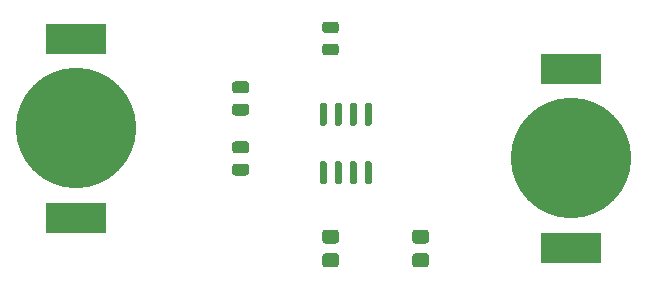
<source format=gbr>
%TF.GenerationSoftware,KiCad,Pcbnew,(5.1.10-1-10_14)*%
%TF.CreationDate,2021-09-30T18:11:30-07:00*%
%TF.ProjectId,JaredTimer,4a617265-6454-4696-9d65-722e6b696361,rev?*%
%TF.SameCoordinates,Original*%
%TF.FileFunction,Copper,L1,Top*%
%TF.FilePolarity,Positive*%
%FSLAX46Y46*%
G04 Gerber Fmt 4.6, Leading zero omitted, Abs format (unit mm)*
G04 Created by KiCad (PCBNEW (5.1.10-1-10_14)) date 2021-09-30 18:11:30*
%MOMM*%
%LPD*%
G01*
G04 APERTURE LIST*
%TA.AperFunction,SMDPad,CuDef*%
%ADD10R,5.100000X2.500000*%
%TD*%
%TA.AperFunction,SMDPad,CuDef*%
%ADD11C,10.200000*%
%TD*%
G04 APERTURE END LIST*
D10*
%TO.P,BT1,1*%
%TO.N,VCC*%
X104140000Y-87610000D03*
X104140000Y-72410000D03*
D11*
%TO.P,BT1,2*%
%TO.N,Net-(BT1-Pad2)*%
X104140000Y-80010000D03*
%TD*%
%TO.P,BT2,2*%
%TO.N,GND*%
X146050000Y-82550000D03*
D10*
%TO.P,BT2,1*%
%TO.N,Net-(BT1-Pad2)*%
X146050000Y-90150000D03*
X146050000Y-74950000D03*
%TD*%
%TO.P,C1,1*%
%TO.N,Net-(C1-Pad1)*%
%TA.AperFunction,SMDPad,CuDef*%
G36*
G01*
X118585000Y-78920000D02*
X117635000Y-78920000D01*
G75*
G02*
X117385000Y-78670000I0J250000D01*
G01*
X117385000Y-78170000D01*
G75*
G02*
X117635000Y-77920000I250000J0D01*
G01*
X118585000Y-77920000D01*
G75*
G02*
X118835000Y-78170000I0J-250000D01*
G01*
X118835000Y-78670000D01*
G75*
G02*
X118585000Y-78920000I-250000J0D01*
G01*
G37*
%TD.AperFunction*%
%TO.P,C1,2*%
%TO.N,GND*%
%TA.AperFunction,SMDPad,CuDef*%
G36*
G01*
X118585000Y-77020000D02*
X117635000Y-77020000D01*
G75*
G02*
X117385000Y-76770000I0J250000D01*
G01*
X117385000Y-76270000D01*
G75*
G02*
X117635000Y-76020000I250000J0D01*
G01*
X118585000Y-76020000D01*
G75*
G02*
X118835000Y-76270000I0J-250000D01*
G01*
X118835000Y-76770000D01*
G75*
G02*
X118585000Y-77020000I-250000J0D01*
G01*
G37*
%TD.AperFunction*%
%TD*%
%TO.P,C2,2*%
%TO.N,GND*%
%TA.AperFunction,SMDPad,CuDef*%
G36*
G01*
X118585000Y-82100000D02*
X117635000Y-82100000D01*
G75*
G02*
X117385000Y-81850000I0J250000D01*
G01*
X117385000Y-81350000D01*
G75*
G02*
X117635000Y-81100000I250000J0D01*
G01*
X118585000Y-81100000D01*
G75*
G02*
X118835000Y-81350000I0J-250000D01*
G01*
X118835000Y-81850000D01*
G75*
G02*
X118585000Y-82100000I-250000J0D01*
G01*
G37*
%TD.AperFunction*%
%TO.P,C2,1*%
%TO.N,Net-(C2-Pad1)*%
%TA.AperFunction,SMDPad,CuDef*%
G36*
G01*
X118585000Y-84000000D02*
X117635000Y-84000000D01*
G75*
G02*
X117385000Y-83750000I0J250000D01*
G01*
X117385000Y-83250000D01*
G75*
G02*
X117635000Y-83000000I250000J0D01*
G01*
X118585000Y-83000000D01*
G75*
G02*
X118835000Y-83250000I0J-250000D01*
G01*
X118835000Y-83750000D01*
G75*
G02*
X118585000Y-84000000I-250000J0D01*
G01*
G37*
%TD.AperFunction*%
%TD*%
%TO.P,D1,1*%
%TO.N,GND*%
%TA.AperFunction,SMDPad,CuDef*%
G36*
G01*
X126186250Y-73815000D02*
X125273750Y-73815000D01*
G75*
G02*
X125030000Y-73571250I0J243750D01*
G01*
X125030000Y-73083750D01*
G75*
G02*
X125273750Y-72840000I243750J0D01*
G01*
X126186250Y-72840000D01*
G75*
G02*
X126430000Y-73083750I0J-243750D01*
G01*
X126430000Y-73571250D01*
G75*
G02*
X126186250Y-73815000I-243750J0D01*
G01*
G37*
%TD.AperFunction*%
%TO.P,D1,2*%
%TO.N,Net-(D1-Pad2)*%
%TA.AperFunction,SMDPad,CuDef*%
G36*
G01*
X126186250Y-71940000D02*
X125273750Y-71940000D01*
G75*
G02*
X125030000Y-71696250I0J243750D01*
G01*
X125030000Y-71208750D01*
G75*
G02*
X125273750Y-70965000I243750J0D01*
G01*
X126186250Y-70965000D01*
G75*
G02*
X126430000Y-71208750I0J-243750D01*
G01*
X126430000Y-71696250D01*
G75*
G02*
X126186250Y-71940000I-243750J0D01*
G01*
G37*
%TD.AperFunction*%
%TD*%
%TO.P,R1,2*%
%TO.N,Net-(R1-Pad2)*%
%TA.AperFunction,SMDPad,CuDef*%
G36*
G01*
X133800001Y-89770000D02*
X132899999Y-89770000D01*
G75*
G02*
X132650000Y-89520001I0J249999D01*
G01*
X132650000Y-88819999D01*
G75*
G02*
X132899999Y-88570000I249999J0D01*
G01*
X133800001Y-88570000D01*
G75*
G02*
X134050000Y-88819999I0J-249999D01*
G01*
X134050000Y-89520001D01*
G75*
G02*
X133800001Y-89770000I-249999J0D01*
G01*
G37*
%TD.AperFunction*%
%TO.P,R1,1*%
%TO.N,VCC*%
%TA.AperFunction,SMDPad,CuDef*%
G36*
G01*
X133800001Y-91770000D02*
X132899999Y-91770000D01*
G75*
G02*
X132650000Y-91520001I0J249999D01*
G01*
X132650000Y-90819999D01*
G75*
G02*
X132899999Y-90570000I249999J0D01*
G01*
X133800001Y-90570000D01*
G75*
G02*
X134050000Y-90819999I0J-249999D01*
G01*
X134050000Y-91520001D01*
G75*
G02*
X133800001Y-91770000I-249999J0D01*
G01*
G37*
%TD.AperFunction*%
%TD*%
%TO.P,R2,1*%
%TO.N,Net-(R1-Pad2)*%
%TA.AperFunction,SMDPad,CuDef*%
G36*
G01*
X126180001Y-91770000D02*
X125279999Y-91770000D01*
G75*
G02*
X125030000Y-91520001I0J249999D01*
G01*
X125030000Y-90819999D01*
G75*
G02*
X125279999Y-90570000I249999J0D01*
G01*
X126180001Y-90570000D01*
G75*
G02*
X126430000Y-90819999I0J-249999D01*
G01*
X126430000Y-91520001D01*
G75*
G02*
X126180001Y-91770000I-249999J0D01*
G01*
G37*
%TD.AperFunction*%
%TO.P,R2,2*%
%TO.N,Net-(C2-Pad1)*%
%TA.AperFunction,SMDPad,CuDef*%
G36*
G01*
X126180001Y-89770000D02*
X125279999Y-89770000D01*
G75*
G02*
X125030000Y-89520001I0J249999D01*
G01*
X125030000Y-88819999D01*
G75*
G02*
X125279999Y-88570000I249999J0D01*
G01*
X126180001Y-88570000D01*
G75*
G02*
X126430000Y-88819999I0J-249999D01*
G01*
X126430000Y-89520001D01*
G75*
G02*
X126180001Y-89770000I-249999J0D01*
G01*
G37*
%TD.AperFunction*%
%TD*%
%TO.P,U1,1*%
%TO.N,GND*%
%TA.AperFunction,SMDPad,CuDef*%
G36*
G01*
X125245000Y-84730000D02*
X124945000Y-84730000D01*
G75*
G02*
X124795000Y-84580000I0J150000D01*
G01*
X124795000Y-82930000D01*
G75*
G02*
X124945000Y-82780000I150000J0D01*
G01*
X125245000Y-82780000D01*
G75*
G02*
X125395000Y-82930000I0J-150000D01*
G01*
X125395000Y-84580000D01*
G75*
G02*
X125245000Y-84730000I-150000J0D01*
G01*
G37*
%TD.AperFunction*%
%TO.P,U1,2*%
%TO.N,Net-(C2-Pad1)*%
%TA.AperFunction,SMDPad,CuDef*%
G36*
G01*
X126515000Y-84730000D02*
X126215000Y-84730000D01*
G75*
G02*
X126065000Y-84580000I0J150000D01*
G01*
X126065000Y-82930000D01*
G75*
G02*
X126215000Y-82780000I150000J0D01*
G01*
X126515000Y-82780000D01*
G75*
G02*
X126665000Y-82930000I0J-150000D01*
G01*
X126665000Y-84580000D01*
G75*
G02*
X126515000Y-84730000I-150000J0D01*
G01*
G37*
%TD.AperFunction*%
%TO.P,U1,3*%
%TO.N,Net-(D1-Pad2)*%
%TA.AperFunction,SMDPad,CuDef*%
G36*
G01*
X127785000Y-84730000D02*
X127485000Y-84730000D01*
G75*
G02*
X127335000Y-84580000I0J150000D01*
G01*
X127335000Y-82930000D01*
G75*
G02*
X127485000Y-82780000I150000J0D01*
G01*
X127785000Y-82780000D01*
G75*
G02*
X127935000Y-82930000I0J-150000D01*
G01*
X127935000Y-84580000D01*
G75*
G02*
X127785000Y-84730000I-150000J0D01*
G01*
G37*
%TD.AperFunction*%
%TO.P,U1,4*%
%TO.N,VCC*%
%TA.AperFunction,SMDPad,CuDef*%
G36*
G01*
X129055000Y-84730000D02*
X128755000Y-84730000D01*
G75*
G02*
X128605000Y-84580000I0J150000D01*
G01*
X128605000Y-82930000D01*
G75*
G02*
X128755000Y-82780000I150000J0D01*
G01*
X129055000Y-82780000D01*
G75*
G02*
X129205000Y-82930000I0J-150000D01*
G01*
X129205000Y-84580000D01*
G75*
G02*
X129055000Y-84730000I-150000J0D01*
G01*
G37*
%TD.AperFunction*%
%TO.P,U1,5*%
%TO.N,Net-(C1-Pad1)*%
%TA.AperFunction,SMDPad,CuDef*%
G36*
G01*
X129055000Y-79780000D02*
X128755000Y-79780000D01*
G75*
G02*
X128605000Y-79630000I0J150000D01*
G01*
X128605000Y-77980000D01*
G75*
G02*
X128755000Y-77830000I150000J0D01*
G01*
X129055000Y-77830000D01*
G75*
G02*
X129205000Y-77980000I0J-150000D01*
G01*
X129205000Y-79630000D01*
G75*
G02*
X129055000Y-79780000I-150000J0D01*
G01*
G37*
%TD.AperFunction*%
%TO.P,U1,6*%
%TO.N,Net-(C2-Pad1)*%
%TA.AperFunction,SMDPad,CuDef*%
G36*
G01*
X127785000Y-79780000D02*
X127485000Y-79780000D01*
G75*
G02*
X127335000Y-79630000I0J150000D01*
G01*
X127335000Y-77980000D01*
G75*
G02*
X127485000Y-77830000I150000J0D01*
G01*
X127785000Y-77830000D01*
G75*
G02*
X127935000Y-77980000I0J-150000D01*
G01*
X127935000Y-79630000D01*
G75*
G02*
X127785000Y-79780000I-150000J0D01*
G01*
G37*
%TD.AperFunction*%
%TO.P,U1,7*%
%TO.N,Net-(R1-Pad2)*%
%TA.AperFunction,SMDPad,CuDef*%
G36*
G01*
X126515000Y-79780000D02*
X126215000Y-79780000D01*
G75*
G02*
X126065000Y-79630000I0J150000D01*
G01*
X126065000Y-77980000D01*
G75*
G02*
X126215000Y-77830000I150000J0D01*
G01*
X126515000Y-77830000D01*
G75*
G02*
X126665000Y-77980000I0J-150000D01*
G01*
X126665000Y-79630000D01*
G75*
G02*
X126515000Y-79780000I-150000J0D01*
G01*
G37*
%TD.AperFunction*%
%TO.P,U1,8*%
%TO.N,VCC*%
%TA.AperFunction,SMDPad,CuDef*%
G36*
G01*
X125245000Y-79780000D02*
X124945000Y-79780000D01*
G75*
G02*
X124795000Y-79630000I0J150000D01*
G01*
X124795000Y-77980000D01*
G75*
G02*
X124945000Y-77830000I150000J0D01*
G01*
X125245000Y-77830000D01*
G75*
G02*
X125395000Y-77980000I0J-150000D01*
G01*
X125395000Y-79630000D01*
G75*
G02*
X125245000Y-79780000I-150000J0D01*
G01*
G37*
%TD.AperFunction*%
%TD*%
M02*

</source>
